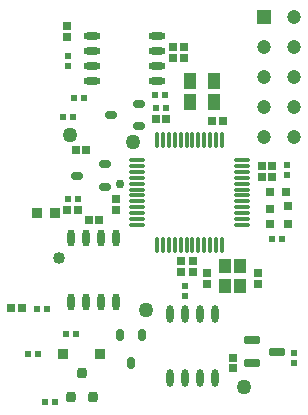
<source format=gbr>
%TF.GenerationSoftware,Altium Limited,Altium Designer,20.2.5 (213)*%
G04 Layer_Color=128*
%FSLAX25Y25*%
%MOIN*%
%TF.SameCoordinates,C9AA4840-3426-47ED-90B3-6D3E683A03ED*%
%TF.FilePolarity,Positive*%
%TF.FileFunction,Paste,Bot*%
%TF.Part,Single*%
G01*
G75*
%TA.AperFunction,SMDPad,CuDef*%
%ADD17R,0.03347X0.03543*%
%ADD18R,0.02165X0.02362*%
%ADD29R,0.02520X0.02677*%
%ADD30R,0.02677X0.02520*%
%ADD31R,0.02362X0.02165*%
%ADD34C,0.04000*%
%ADD54R,0.03543X0.03740*%
%ADD55O,0.05906X0.01102*%
%ADD56O,0.01102X0.05906*%
G04:AMPARAMS|DCode=57|XSize=25.59mil|YSize=37.4mil|CornerRadius=6.4mil|HoleSize=0mil|Usage=FLASHONLY|Rotation=180.000|XOffset=0mil|YOffset=0mil|HoleType=Round|Shape=RoundedRectangle|*
%AMROUNDEDRECTD57*
21,1,0.02559,0.02461,0,0,180.0*
21,1,0.01280,0.03740,0,0,180.0*
1,1,0.01280,-0.00640,0.01230*
1,1,0.01280,0.00640,0.01230*
1,1,0.01280,0.00640,-0.01230*
1,1,0.01280,-0.00640,-0.01230*
%
%ADD57ROUNDEDRECTD57*%
G04:AMPARAMS|DCode=58|XSize=23.62mil|YSize=51.18mil|CornerRadius=2.36mil|HoleSize=0mil|Usage=FLASHONLY|Rotation=270.000|XOffset=0mil|YOffset=0mil|HoleType=Round|Shape=RoundedRectangle|*
%AMROUNDEDRECTD58*
21,1,0.02362,0.04646,0,0,270.0*
21,1,0.01890,0.05118,0,0,270.0*
1,1,0.00472,-0.02323,-0.00945*
1,1,0.00472,-0.02323,0.00945*
1,1,0.00472,0.02323,0.00945*
1,1,0.00472,0.02323,-0.00945*
%
%ADD58ROUNDEDRECTD58*%
G04:AMPARAMS|DCode=59|XSize=31.5mil|YSize=35.43mil|CornerRadius=7.87mil|HoleSize=0mil|Usage=FLASHONLY|Rotation=0.000|XOffset=0mil|YOffset=0mil|HoleType=Round|Shape=RoundedRectangle|*
%AMROUNDEDRECTD59*
21,1,0.03150,0.01968,0,0,0.0*
21,1,0.01575,0.03543,0,0,0.0*
1,1,0.01575,0.00787,-0.00984*
1,1,0.01575,-0.00787,-0.00984*
1,1,0.01575,-0.00787,0.00984*
1,1,0.01575,0.00787,0.00984*
%
%ADD59ROUNDEDRECTD59*%
%ADD60O,0.05709X0.02362*%
%ADD61O,0.02362X0.05906*%
%ADD62R,0.03937X0.05315*%
%ADD63R,0.03937X0.05315*%
%ADD64R,0.04724X0.04724*%
%TA.AperFunction,BGAPad,CuDef*%
%ADD65C,0.04724*%
%TA.AperFunction,SMDPad,CuDef*%
%ADD66R,0.03937X0.04724*%
%ADD67R,0.03150X0.02756*%
%ADD68R,0.03150X0.03150*%
%ADD69O,0.02362X0.05709*%
G04:AMPARAMS|DCode=70|XSize=25.59mil|YSize=37.4mil|CornerRadius=6.4mil|HoleSize=0mil|Usage=FLASHONLY|Rotation=90.000|XOffset=0mil|YOffset=0mil|HoleType=Round|Shape=RoundedRectangle|*
%AMROUNDEDRECTD70*
21,1,0.02559,0.02461,0,0,90.0*
21,1,0.01280,0.03740,0,0,90.0*
1,1,0.01280,0.01230,0.00640*
1,1,0.01280,0.01230,-0.00640*
1,1,0.01280,-0.01230,-0.00640*
1,1,0.01280,-0.01230,0.00640*
%
%ADD70ROUNDEDRECTD70*%
%ADD71R,0.02756X0.03150*%
%ADD72C,0.05000*%
%ADD73C,0.03000*%
D17*
X23732Y72952D02*
D03*
X17629D02*
D03*
D18*
X67100Y45327D02*
D03*
Y48673D02*
D03*
X28179Y125400D02*
D03*
Y122054D02*
D03*
X103400Y26273D02*
D03*
Y22927D02*
D03*
X101100Y85595D02*
D03*
Y88942D02*
D03*
D29*
X69700Y53528D02*
D03*
Y57072D02*
D03*
X27800Y131728D02*
D03*
Y135272D02*
D03*
X65900Y53528D02*
D03*
Y57072D02*
D03*
X44200Y74028D02*
D03*
Y77572D02*
D03*
X91600Y52972D02*
D03*
Y49428D02*
D03*
X74435Y49428D02*
D03*
Y52972D02*
D03*
X83100Y21228D02*
D03*
Y24772D02*
D03*
D30*
X30728Y94100D02*
D03*
X34272D02*
D03*
X96172Y84900D02*
D03*
X92628D02*
D03*
X79672Y103800D02*
D03*
X76128D02*
D03*
X9228Y41300D02*
D03*
X12772D02*
D03*
X27761Y73960D02*
D03*
X31305D02*
D03*
X63100Y124800D02*
D03*
X66643D02*
D03*
X92628Y88700D02*
D03*
X96172D02*
D03*
X60872Y104500D02*
D03*
X57328D02*
D03*
X66643Y128500D02*
D03*
X63100D02*
D03*
X35028Y70700D02*
D03*
X38572D02*
D03*
D31*
X21273Y41100D02*
D03*
X17927D02*
D03*
X28027Y77600D02*
D03*
X31373D02*
D03*
X33473Y111400D02*
D03*
X30127D02*
D03*
X26327Y104900D02*
D03*
X29673D02*
D03*
X30873Y32600D02*
D03*
X27527D02*
D03*
X18173Y25900D02*
D03*
X14827D02*
D03*
X20327Y10100D02*
D03*
X23673D02*
D03*
X57027Y112400D02*
D03*
X60373D02*
D03*
X60773Y108100D02*
D03*
X57427D02*
D03*
X96127Y64500D02*
D03*
X99473D02*
D03*
D34*
X25100Y58200D02*
D03*
D54*
X26499Y26000D02*
D03*
X38901D02*
D03*
D55*
X51179Y90727D02*
D03*
Y88758D02*
D03*
Y86790D02*
D03*
Y84821D02*
D03*
Y82853D02*
D03*
Y80884D02*
D03*
Y78916D02*
D03*
Y76947D02*
D03*
Y74979D02*
D03*
Y73010D02*
D03*
Y71042D02*
D03*
Y69073D02*
D03*
X86021D02*
D03*
Y71042D02*
D03*
Y73010D02*
D03*
Y74979D02*
D03*
Y76947D02*
D03*
Y78916D02*
D03*
Y80884D02*
D03*
Y82853D02*
D03*
Y84821D02*
D03*
Y86790D02*
D03*
Y88758D02*
D03*
Y90727D02*
D03*
D56*
X57773Y62479D02*
D03*
X59742D02*
D03*
X61710D02*
D03*
X63679D02*
D03*
X65647D02*
D03*
X67616D02*
D03*
X69584D02*
D03*
X71553D02*
D03*
X73521D02*
D03*
X75490D02*
D03*
X77458D02*
D03*
X79427D02*
D03*
Y97321D02*
D03*
X77458D02*
D03*
X75490D02*
D03*
X73521D02*
D03*
X71553D02*
D03*
X69584D02*
D03*
X67616D02*
D03*
X65647D02*
D03*
X63679D02*
D03*
X61710D02*
D03*
X59742D02*
D03*
X57773D02*
D03*
D57*
X45429Y32226D02*
D03*
X52910D02*
D03*
X49169Y22974D02*
D03*
D58*
X97832Y26867D02*
D03*
X89564Y30608D02*
D03*
Y23127D02*
D03*
D59*
X36440Y11863D02*
D03*
X32700Y19737D02*
D03*
X28960Y11863D02*
D03*
D60*
X57728Y132200D02*
D03*
Y127200D02*
D03*
Y122200D02*
D03*
Y117200D02*
D03*
X36272Y132200D02*
D03*
Y127200D02*
D03*
Y122200D02*
D03*
Y117200D02*
D03*
D61*
X77200Y18061D02*
D03*
X72200D02*
D03*
X67200D02*
D03*
X62200D02*
D03*
X77200Y39321D02*
D03*
X72200D02*
D03*
X67200D02*
D03*
X62200D02*
D03*
D62*
X76843Y117100D02*
D03*
D63*
X68757D02*
D03*
X76843Y109900D02*
D03*
X68757D02*
D03*
D64*
X93400Y138500D02*
D03*
D65*
X103400D02*
D03*
Y128500D02*
D03*
X93400D02*
D03*
Y118500D02*
D03*
X103400D02*
D03*
X93400Y108500D02*
D03*
X103400D02*
D03*
X93400Y98500D02*
D03*
X103400D02*
D03*
D66*
X85560Y55549D02*
D03*
X80441D02*
D03*
X85560Y48856D02*
D03*
X80441D02*
D03*
D67*
X100707Y79977D02*
D03*
X95589D02*
D03*
D68*
X101400Y75550D02*
D03*
Y69250D02*
D03*
D69*
X29000Y64860D02*
D03*
X34000D02*
D03*
X39000D02*
D03*
X44000D02*
D03*
X29000Y43403D02*
D03*
X34000D02*
D03*
X39000D02*
D03*
X44000D02*
D03*
D70*
X42574Y105800D02*
D03*
X51826Y102060D02*
D03*
Y109540D02*
D03*
X31174Y85500D02*
D03*
X40426Y81760D02*
D03*
Y89240D02*
D03*
D71*
X95300Y69337D02*
D03*
Y74455D02*
D03*
D72*
X49700Y96700D02*
D03*
X54200Y40700D02*
D03*
X28900Y99000D02*
D03*
X86800Y14900D02*
D03*
D73*
X45400Y82696D02*
D03*
%TF.MD5,f7b9267c18530dae97b17949d15fac75*%
M02*

</source>
